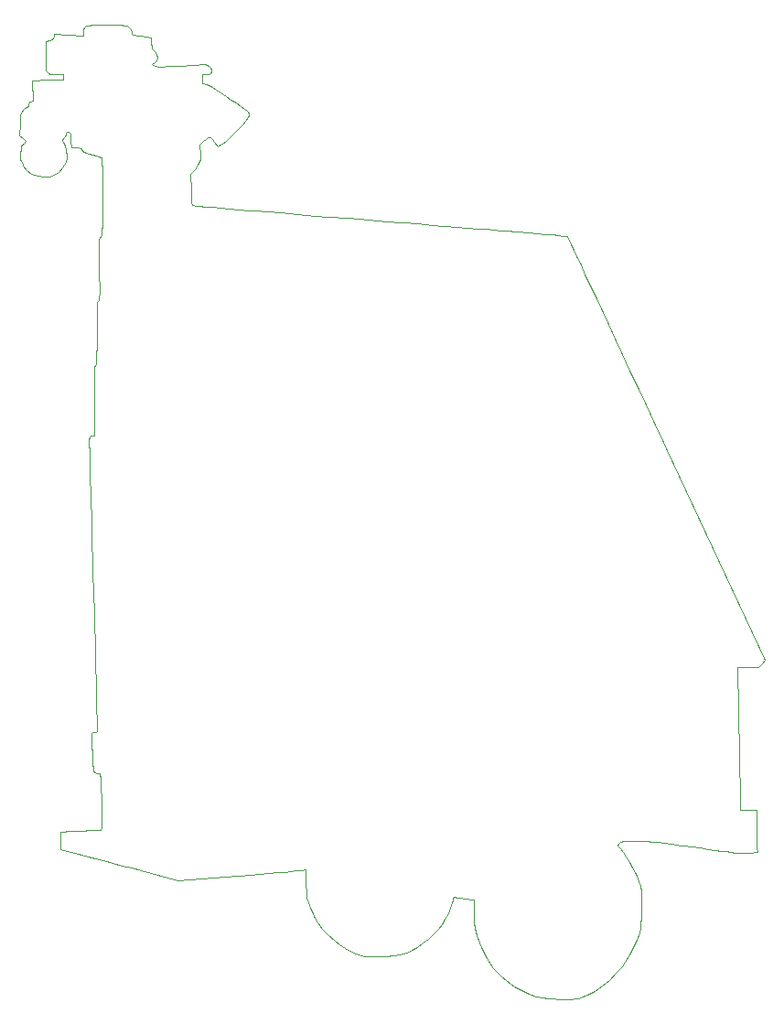
<source format=gbr>
%TF.GenerationSoftware,KiCad,Pcbnew,6.0.2+dfsg-1*%
%TF.CreationDate,2022-10-11T15:46:30-06:00*%
%TF.ProjectId,lvt_sao,6c76745f-7361-46f2-9e6b-696361645f70,rev?*%
%TF.SameCoordinates,Original*%
%TF.FileFunction,Profile,NP*%
%FSLAX46Y46*%
G04 Gerber Fmt 4.6, Leading zero omitted, Abs format (unit mm)*
G04 Created by KiCad (PCBNEW 6.0.2+dfsg-1) date 2022-10-11 15:46:30*
%MOMM*%
%LPD*%
G01*
G04 APERTURE LIST*
%TA.AperFunction,Profile*%
%ADD10C,0.100000*%
%TD*%
G04 APERTURE END LIST*
D10*
%TO.C,G\u002A\u002A\u002A*%
X121527296Y-71723178D02*
X121979202Y-71726355D01*
X121979202Y-71726355D02*
X122309496Y-71734914D01*
X122309496Y-71734914D02*
X122543474Y-71751524D01*
X122543474Y-71751524D02*
X122706433Y-71778855D01*
X122706433Y-71778855D02*
X122823668Y-71819575D01*
X122823668Y-71819575D02*
X122920475Y-71876356D01*
X122920475Y-71876356D02*
X123009670Y-71942348D01*
X123009670Y-71942348D02*
X123221545Y-72152140D01*
X123221545Y-72152140D02*
X123296348Y-72371192D01*
X123296348Y-72371192D02*
X123297628Y-72409711D01*
X123297628Y-72409711D02*
X123308467Y-72550266D01*
X123308467Y-72550266D02*
X123368337Y-72631613D01*
X123368337Y-72631613D02*
X123518265Y-72679307D01*
X123518265Y-72679307D02*
X123792712Y-72718102D01*
X123792712Y-72718102D02*
X124153345Y-72763499D01*
X124153345Y-72763499D02*
X124517039Y-72811140D01*
X124517039Y-72811140D02*
X124675255Y-72832679D01*
X124675255Y-72832679D02*
X125062712Y-72886593D01*
X125062712Y-72886593D02*
X125088022Y-73411491D01*
X125088022Y-73411491D02*
X125115035Y-73726996D01*
X125115035Y-73726996D02*
X125174010Y-73934890D01*
X125174010Y-73934890D02*
X125288385Y-74099553D01*
X125288385Y-74099553D02*
X125367853Y-74180236D01*
X125367853Y-74180236D02*
X125567499Y-74457459D01*
X125567499Y-74457459D02*
X125635381Y-74752551D01*
X125635381Y-74752551D02*
X125570209Y-75022585D01*
X125570209Y-75022585D02*
X125398685Y-75207439D01*
X125398685Y-75207439D02*
X125174996Y-75354005D01*
X125174996Y-75354005D02*
X125366888Y-75488411D01*
X125366888Y-75488411D02*
X125438583Y-75528584D01*
X125438583Y-75528584D02*
X125536297Y-75557051D01*
X125536297Y-75557051D02*
X125681005Y-75573751D01*
X125681005Y-75573751D02*
X125893687Y-75578618D01*
X125893687Y-75578618D02*
X126195320Y-75571591D01*
X126195320Y-75571591D02*
X126606880Y-75552604D01*
X126606880Y-75552604D02*
X127149348Y-75521596D01*
X127149348Y-75521596D02*
X127803658Y-75481032D01*
X127803658Y-75481032D02*
X130048536Y-75339246D01*
X130048536Y-75339246D02*
X130361699Y-75546487D01*
X130361699Y-75546487D02*
X130560083Y-75697247D01*
X130560083Y-75697247D02*
X130639657Y-75833704D01*
X130639657Y-75833704D02*
X130636140Y-76017551D01*
X130636140Y-76017551D02*
X130635795Y-76019915D01*
X130635795Y-76019915D02*
X130598015Y-76185631D01*
X130598015Y-76185631D02*
X130514584Y-76262840D01*
X130514584Y-76262840D02*
X130332988Y-76285082D01*
X130332988Y-76285082D02*
X130219042Y-76286101D01*
X130219042Y-76286101D02*
X129841356Y-76286101D01*
X129841356Y-76286101D02*
X129841356Y-77114249D01*
X129841356Y-77114249D02*
X130252954Y-77245873D01*
X130252954Y-77245873D02*
X130422600Y-77326031D01*
X130422600Y-77326031D02*
X130706305Y-77488467D01*
X130706305Y-77488467D02*
X131077736Y-77715745D01*
X131077736Y-77715745D02*
X131510556Y-77990427D01*
X131510556Y-77990427D02*
X131978432Y-78295075D01*
X131978432Y-78295075D02*
X132455028Y-78612252D01*
X132455028Y-78612252D02*
X132914010Y-78924520D01*
X132914010Y-78924520D02*
X133329043Y-79214441D01*
X133329043Y-79214441D02*
X133673791Y-79464579D01*
X133673791Y-79464579D02*
X133921920Y-79657496D01*
X133921920Y-79657496D02*
X134004777Y-79730128D01*
X134004777Y-79730128D02*
X134119293Y-79927458D01*
X134119293Y-79927458D02*
X134105318Y-80068501D01*
X134105318Y-80068501D02*
X133995138Y-80277218D01*
X133995138Y-80277218D02*
X133780387Y-80572975D01*
X133780387Y-80572975D02*
X133485894Y-80929186D01*
X133485894Y-80929186D02*
X133136489Y-81319268D01*
X133136489Y-81319268D02*
X132757000Y-81716639D01*
X132757000Y-81716639D02*
X132372256Y-82094715D01*
X132372256Y-82094715D02*
X132007085Y-82426912D01*
X132007085Y-82426912D02*
X131686316Y-82686646D01*
X131686316Y-82686646D02*
X131607098Y-82743276D01*
X131607098Y-82743276D02*
X131237078Y-82997857D01*
X131237078Y-82997857D02*
X130910337Y-82523444D01*
X130910337Y-82523444D02*
X130720944Y-82276840D01*
X130720944Y-82276840D02*
X130563465Y-82124372D01*
X130563465Y-82124372D02*
X130473627Y-82091229D01*
X130473627Y-82091229D02*
X130350059Y-82162495D01*
X130350059Y-82162495D02*
X130139158Y-82305453D01*
X130139158Y-82305453D02*
X129925946Y-82460104D01*
X129925946Y-82460104D02*
X129678624Y-82659661D01*
X129678624Y-82659661D02*
X129556215Y-82804913D01*
X129556215Y-82804913D02*
X129534392Y-82927471D01*
X129534392Y-82927471D02*
X129542024Y-82958983D01*
X129542024Y-82958983D02*
X129657621Y-83571359D01*
X129657621Y-83571359D02*
X129606833Y-84140323D01*
X129606833Y-84140323D02*
X129388782Y-84670013D01*
X129388782Y-84670013D02*
X129095597Y-85065742D01*
X129095597Y-85065742D02*
X128696560Y-85509567D01*
X128696560Y-85509567D02*
X128757143Y-86944099D01*
X128757143Y-86944099D02*
X128778961Y-87421938D01*
X128778961Y-87421938D02*
X128800977Y-87835972D01*
X128800977Y-87835972D02*
X128821400Y-88157198D01*
X128821400Y-88157198D02*
X128838434Y-88356612D01*
X128838434Y-88356612D02*
X128847732Y-88408635D01*
X128847732Y-88408635D02*
X128936404Y-88420443D01*
X128936404Y-88420443D02*
X129182661Y-88444690D01*
X129182661Y-88444690D02*
X129572426Y-88480178D01*
X129572426Y-88480178D02*
X130091622Y-88525707D01*
X130091622Y-88525707D02*
X130726172Y-88580075D01*
X130726172Y-88580075D02*
X131461997Y-88642083D01*
X131461997Y-88642083D02*
X132285022Y-88710531D01*
X132285022Y-88710531D02*
X133181169Y-88784218D01*
X133181169Y-88784218D02*
X134136361Y-88861945D01*
X134136361Y-88861945D02*
X134676327Y-88905543D01*
X134676327Y-88905543D02*
X137092164Y-89100054D01*
X137092164Y-89100054D02*
X139343382Y-89281283D01*
X139343382Y-89281283D02*
X141437007Y-89449794D01*
X141437007Y-89449794D02*
X143380064Y-89606150D01*
X143380064Y-89606150D02*
X145179581Y-89750914D01*
X145179581Y-89750914D02*
X146842583Y-89884650D01*
X146842583Y-89884650D02*
X148376096Y-90007922D01*
X148376096Y-90007922D02*
X149787148Y-90121291D01*
X149787148Y-90121291D02*
X151082764Y-90225323D01*
X151082764Y-90225323D02*
X152269970Y-90320580D01*
X152269970Y-90320580D02*
X153355794Y-90407625D01*
X153355794Y-90407625D02*
X154347260Y-90487023D01*
X154347260Y-90487023D02*
X155251395Y-90559335D01*
X155251395Y-90559335D02*
X156075227Y-90625127D01*
X156075227Y-90625127D02*
X156825780Y-90684960D01*
X156825780Y-90684960D02*
X157510081Y-90739399D01*
X157510081Y-90739399D02*
X158135157Y-90789006D01*
X158135157Y-90789006D02*
X158708033Y-90834346D01*
X158708033Y-90834346D02*
X159235736Y-90875981D01*
X159235736Y-90875981D02*
X159725292Y-90914475D01*
X159725292Y-90914475D02*
X160020000Y-90937579D01*
X160020000Y-90937579D02*
X160846227Y-91004413D01*
X160846227Y-91004413D02*
X161590668Y-91068873D01*
X161590668Y-91068873D02*
X162238366Y-91129418D01*
X162238366Y-91129418D02*
X162774360Y-91184510D01*
X162774360Y-91184510D02*
X163183691Y-91232610D01*
X163183691Y-91232610D02*
X163451400Y-91272179D01*
X163451400Y-91272179D02*
X163562527Y-91301678D01*
X163562527Y-91301678D02*
X163563000Y-91302106D01*
X163563000Y-91302106D02*
X163607689Y-91387585D01*
X163607689Y-91387585D02*
X163721902Y-91622544D01*
X163721902Y-91622544D02*
X163902521Y-92000333D01*
X163902521Y-92000333D02*
X164146429Y-92514298D01*
X164146429Y-92514298D02*
X164450507Y-93157789D01*
X164450507Y-93157789D02*
X164811639Y-93924154D01*
X164811639Y-93924154D02*
X165226708Y-94806741D01*
X165226708Y-94806741D02*
X165692595Y-95798898D01*
X165692595Y-95798898D02*
X166206184Y-96893974D01*
X166206184Y-96893974D02*
X166764357Y-98085316D01*
X166764357Y-98085316D02*
X167363996Y-99366274D01*
X167363996Y-99366274D02*
X168001985Y-100730196D01*
X168001985Y-100730196D02*
X168675205Y-102170429D01*
X168675205Y-102170429D02*
X169380540Y-103680323D01*
X169380540Y-103680323D02*
X170114871Y-105253224D01*
X170114871Y-105253224D02*
X170875081Y-106882483D01*
X170875081Y-106882483D02*
X171658054Y-108561446D01*
X171658054Y-108561446D02*
X172460671Y-110283463D01*
X172460671Y-110283463D02*
X172757825Y-110921240D01*
X172757825Y-110921240D02*
X181853718Y-130445531D01*
X181853718Y-130445531D02*
X181577534Y-130789206D01*
X181577534Y-130789206D02*
X181301349Y-131132881D01*
X181301349Y-131132881D02*
X179349831Y-131132881D01*
X179349831Y-131132881D02*
X179351977Y-131757118D01*
X179351977Y-131757118D02*
X179354218Y-131950523D01*
X179354218Y-131950523D02*
X179359966Y-132299830D01*
X179359966Y-132299830D02*
X179368896Y-132788782D01*
X179368896Y-132788782D02*
X179380684Y-133401119D01*
X179380684Y-133401119D02*
X179395004Y-134120584D01*
X179395004Y-134120584D02*
X179411531Y-134930918D01*
X179411531Y-134930918D02*
X179429939Y-135815862D01*
X179429939Y-135815862D02*
X179449904Y-136759160D01*
X179449904Y-136759160D02*
X179471100Y-137744551D01*
X179471100Y-137744551D02*
X179478984Y-138107118D01*
X179478984Y-138107118D02*
X179500401Y-139091961D01*
X179500401Y-139091961D02*
X179520722Y-140031567D01*
X179520722Y-140031567D02*
X179539628Y-140910868D01*
X179539628Y-140910868D02*
X179556799Y-141714799D01*
X179556799Y-141714799D02*
X179571918Y-142428294D01*
X179571918Y-142428294D02*
X179584665Y-143036287D01*
X179584665Y-143036287D02*
X179594723Y-143523712D01*
X179594723Y-143523712D02*
X179601772Y-143875503D01*
X179601772Y-143875503D02*
X179605494Y-144076594D01*
X179605494Y-144076594D02*
X179605990Y-144112712D01*
X179605990Y-144112712D02*
X179608136Y-144392542D01*
X179608136Y-144392542D02*
X181071865Y-144392542D01*
X181071865Y-144392542D02*
X181071865Y-145930355D01*
X181071865Y-145930355D02*
X181074871Y-146459026D01*
X181074871Y-146459026D02*
X181083199Y-146956204D01*
X181083199Y-146956204D02*
X181095811Y-147384564D01*
X181095811Y-147384564D02*
X181111671Y-147706781D01*
X181111671Y-147706781D02*
X181125439Y-147859037D01*
X181125439Y-147859037D02*
X181179014Y-148249906D01*
X181179014Y-148249906D02*
X180415100Y-148314898D01*
X180415100Y-148314898D02*
X180032990Y-148336371D01*
X180032990Y-148336371D02*
X179637765Y-148332732D01*
X179637765Y-148332732D02*
X179185484Y-148301486D01*
X179185484Y-148301486D02*
X178632203Y-148240138D01*
X178632203Y-148240138D02*
X178273560Y-148193289D01*
X178273560Y-148193289D02*
X177834387Y-148133701D01*
X177834387Y-148133701D02*
X177259608Y-148055562D01*
X177259608Y-148055562D02*
X176584232Y-147963637D01*
X176584232Y-147963637D02*
X175843270Y-147862697D01*
X175843270Y-147862697D02*
X175071732Y-147757508D01*
X175071732Y-147757508D02*
X174304628Y-147652838D01*
X174304628Y-147652838D02*
X174066250Y-147620293D01*
X174066250Y-147620293D02*
X173221105Y-147506694D01*
X173221105Y-147506694D02*
X172518097Y-147416944D01*
X172518097Y-147416944D02*
X171929202Y-147348455D01*
X171929202Y-147348455D02*
X171426397Y-147298637D01*
X171426397Y-147298637D02*
X170981657Y-147264904D01*
X170981657Y-147264904D02*
X170566958Y-147244667D01*
X170566958Y-147244667D02*
X170154275Y-147235339D01*
X170154275Y-147235339D02*
X169882137Y-147233898D01*
X169882137Y-147233898D02*
X169366602Y-147235483D01*
X169366602Y-147235483D02*
X168995193Y-147242380D01*
X168995193Y-147242380D02*
X168739848Y-147257798D01*
X168739848Y-147257798D02*
X168572502Y-147284948D01*
X168572502Y-147284948D02*
X168465092Y-147327040D01*
X168465092Y-147327040D02*
X168389553Y-147387283D01*
X168389553Y-147387283D02*
X168371300Y-147406725D01*
X168371300Y-147406725D02*
X168283386Y-147518709D01*
X168283386Y-147518709D02*
X168275216Y-147616945D01*
X168275216Y-147616945D02*
X168357831Y-147756264D01*
X168357831Y-147756264D02*
X168470993Y-147901810D01*
X168470993Y-147901810D02*
X168711788Y-148233063D01*
X168711788Y-148233063D02*
X168999004Y-148671374D01*
X168999004Y-148671374D02*
X169303945Y-149168845D01*
X169303945Y-149168845D02*
X169597918Y-149677578D01*
X169597918Y-149677578D02*
X169852227Y-150149674D01*
X169852227Y-150149674D02*
X170004757Y-150462020D01*
X170004757Y-150462020D02*
X170191788Y-150919387D01*
X170191788Y-150919387D02*
X170326938Y-151373570D01*
X170326938Y-151373570D02*
X170415436Y-151861175D01*
X170415436Y-151861175D02*
X170462515Y-152418813D01*
X170462515Y-152418813D02*
X170473403Y-153083090D01*
X170473403Y-153083090D02*
X170461447Y-153658261D01*
X170461447Y-153658261D02*
X170432043Y-154326855D01*
X170432043Y-154326855D02*
X170388128Y-154864784D01*
X170388128Y-154864784D02*
X170325154Y-155313297D01*
X170325154Y-155313297D02*
X170238572Y-155713644D01*
X170238572Y-155713644D02*
X170232027Y-155738951D01*
X170232027Y-155738951D02*
X170024588Y-156359704D01*
X170024588Y-156359704D02*
X169716711Y-157049728D01*
X169716711Y-157049728D02*
X169333607Y-157760539D01*
X169333607Y-157760539D02*
X168900486Y-158443651D01*
X168900486Y-158443651D02*
X168636093Y-158808318D01*
X168636093Y-158808318D02*
X168089854Y-159448513D01*
X168089854Y-159448513D02*
X167464036Y-160057700D01*
X167464036Y-160057700D02*
X166789823Y-160612686D01*
X166789823Y-160612686D02*
X166098400Y-161090278D01*
X166098400Y-161090278D02*
X165420951Y-161467283D01*
X165420951Y-161467283D02*
X164788660Y-161720510D01*
X164788660Y-161720510D02*
X164677626Y-161752338D01*
X164677626Y-161752338D02*
X164361586Y-161806141D01*
X164361586Y-161806141D02*
X163917630Y-161841033D01*
X163917630Y-161841033D02*
X163388994Y-161857101D01*
X163388994Y-161857101D02*
X162818913Y-161854436D01*
X162818913Y-161854436D02*
X162250624Y-161833124D01*
X162250624Y-161833124D02*
X161727362Y-161793255D01*
X161727362Y-161793255D02*
X161354577Y-161745541D01*
X161354577Y-161745541D02*
X160734559Y-161599930D01*
X160734559Y-161599930D02*
X160044591Y-161363315D01*
X160044591Y-161363315D02*
X159342668Y-161059950D01*
X159342668Y-161059950D02*
X158686781Y-160714092D01*
X158686781Y-160714092D02*
X158295096Y-160465926D01*
X158295096Y-160465926D02*
X157483753Y-159802916D01*
X157483753Y-159802916D02*
X156758051Y-159001587D01*
X156758051Y-159001587D02*
X156128397Y-158078517D01*
X156128397Y-158078517D02*
X155605196Y-157050286D01*
X155605196Y-157050286D02*
X155198855Y-155933473D01*
X155198855Y-155933473D02*
X155020016Y-155248079D01*
X155020016Y-155248079D02*
X154941398Y-154793884D01*
X154941398Y-154793884D02*
X154906534Y-154297254D01*
X154906534Y-154297254D02*
X154911395Y-153697555D01*
X154911395Y-153697555D02*
X154913368Y-153643598D01*
X154913368Y-153643598D02*
X154950322Y-152678156D01*
X154950322Y-152678156D02*
X154064557Y-152532799D01*
X154064557Y-152532799D02*
X153689593Y-152476904D01*
X153689593Y-152476904D02*
X153376964Y-152440826D01*
X153376964Y-152440826D02*
X153166079Y-152428496D01*
X153166079Y-152428496D02*
X153099403Y-152436506D01*
X153099403Y-152436506D02*
X153036742Y-152542067D01*
X153036742Y-152542067D02*
X152961187Y-152760352D01*
X152961187Y-152760352D02*
X152914553Y-152937870D01*
X152914553Y-152937870D02*
X152772587Y-153376890D01*
X152772587Y-153376890D02*
X152544575Y-153891150D01*
X152544575Y-153891150D02*
X152259002Y-154427296D01*
X152259002Y-154427296D02*
X151944354Y-154931974D01*
X151944354Y-154931974D02*
X151629119Y-155351832D01*
X151629119Y-155351832D02*
X151620017Y-155362482D01*
X151620017Y-155362482D02*
X151203233Y-155805257D01*
X151203233Y-155805257D02*
X150719770Y-156249412D01*
X150719770Y-156249412D02*
X150203025Y-156669838D01*
X150203025Y-156669838D02*
X149686393Y-157041430D01*
X149686393Y-157041430D02*
X149203270Y-157339079D01*
X149203270Y-157339079D02*
X148787053Y-157537678D01*
X148787053Y-157537678D02*
X148676800Y-157575216D01*
X148676800Y-157575216D02*
X148129735Y-157706794D01*
X148129735Y-157706794D02*
X147484628Y-157812044D01*
X147484628Y-157812044D02*
X146791193Y-157887165D01*
X146791193Y-157887165D02*
X146099144Y-157928356D01*
X146099144Y-157928356D02*
X145458195Y-157931818D01*
X145458195Y-157931818D02*
X144918061Y-157893749D01*
X144918061Y-157893749D02*
X144780000Y-157873120D01*
X144780000Y-157873120D02*
X144016556Y-157665165D01*
X144016556Y-157665165D02*
X143250554Y-157304851D01*
X143250554Y-157304851D02*
X142469365Y-156785612D01*
X142469365Y-156785612D02*
X142067797Y-156463218D01*
X142067797Y-156463218D02*
X141440566Y-155897384D01*
X141440566Y-155897384D02*
X140933350Y-155354184D01*
X140933350Y-155354184D02*
X140508451Y-154787118D01*
X140508451Y-154787118D02*
X140128168Y-154149685D01*
X140128168Y-154149685D02*
X140011751Y-153927195D01*
X140011751Y-153927195D02*
X139776895Y-153422255D01*
X139776895Y-153422255D02*
X139607244Y-152940369D01*
X139607244Y-152940369D02*
X139493921Y-152437540D01*
X139493921Y-152437540D02*
X139428049Y-151869771D01*
X139428049Y-151869771D02*
X139400751Y-151193064D01*
X139400751Y-151193064D02*
X139398645Y-150888239D01*
X139398645Y-150888239D02*
X139398645Y-149883209D01*
X139398645Y-149883209D02*
X138946611Y-149935741D01*
X138946611Y-149935741D02*
X138782286Y-149951757D01*
X138782286Y-149951757D02*
X138462321Y-149980060D01*
X138462321Y-149980060D02*
X138002740Y-150019322D01*
X138002740Y-150019322D02*
X137419566Y-150068218D01*
X137419566Y-150068218D02*
X136728824Y-150125422D01*
X136728824Y-150125422D02*
X135946539Y-150189609D01*
X135946539Y-150189609D02*
X135088733Y-150259452D01*
X135088733Y-150259452D02*
X134171432Y-150333627D01*
X134171432Y-150333627D02*
X133210659Y-150410807D01*
X133210659Y-150410807D02*
X133024894Y-150425671D01*
X133024894Y-150425671D02*
X127555212Y-150863070D01*
X127555212Y-150863070D02*
X124113369Y-149941566D01*
X124113369Y-149941566D02*
X123269717Y-149715867D01*
X123269717Y-149715867D02*
X122390461Y-149480959D01*
X122390461Y-149480959D02*
X121509415Y-149245856D01*
X121509415Y-149245856D02*
X120660392Y-149019569D01*
X120660392Y-149019569D02*
X119877207Y-148811112D01*
X119877207Y-148811112D02*
X119193672Y-148629496D01*
X119193672Y-148629496D02*
X118657002Y-148487278D01*
X118657002Y-148487278D02*
X116642478Y-147954493D01*
X116642478Y-147954493D02*
X116660946Y-147186579D01*
X116660946Y-147186579D02*
X116672815Y-146841772D01*
X116672815Y-146841772D02*
X116688952Y-146568667D01*
X116688952Y-146568667D02*
X116706627Y-146408239D01*
X116706627Y-146408239D02*
X116714398Y-146383681D01*
X116714398Y-146383681D02*
X116804347Y-146371830D01*
X116804347Y-146371830D02*
X117037383Y-146354716D01*
X117037383Y-146354716D02*
X117384520Y-146333771D01*
X117384520Y-146333771D02*
X117816773Y-146310424D01*
X117816773Y-146310424D02*
X118305156Y-146286108D01*
X118305156Y-146286108D02*
X118820682Y-146262252D01*
X118820682Y-146262252D02*
X119334365Y-146240288D01*
X119334365Y-146240288D02*
X119817220Y-146221645D01*
X119817220Y-146221645D02*
X120240261Y-146207756D01*
X120240261Y-146207756D02*
X120327119Y-146205355D01*
X120327119Y-146205355D02*
X120382884Y-146197918D01*
X120382884Y-146197918D02*
X120424777Y-146164880D01*
X120424777Y-146164880D02*
X120454458Y-146085139D01*
X120454458Y-146085139D02*
X120473586Y-145937594D01*
X120473586Y-145937594D02*
X120483822Y-145701145D01*
X120483822Y-145701145D02*
X120486826Y-145354691D01*
X120486826Y-145354691D02*
X120484258Y-144877130D01*
X120484258Y-144877130D02*
X120478193Y-144284981D01*
X120478193Y-144284981D02*
X120469451Y-143675292D01*
X120469451Y-143675292D02*
X120457205Y-143075834D01*
X120457205Y-143075834D02*
X120442505Y-142524718D01*
X120442505Y-142524718D02*
X120426399Y-142060051D01*
X120426399Y-142060051D02*
X120409938Y-141719943D01*
X120409938Y-141719943D02*
X120405887Y-141658813D01*
X120405887Y-141658813D02*
X120378498Y-141311019D01*
X120378498Y-141311019D02*
X120348924Y-141100499D01*
X120348924Y-141100499D02*
X120303560Y-140992703D01*
X120303560Y-140992703D02*
X120228801Y-140953081D01*
X120228801Y-140953081D02*
X120125661Y-140947156D01*
X120125661Y-140947156D02*
X119980055Y-140941597D01*
X119980055Y-140941597D02*
X119869070Y-140912699D01*
X119869070Y-140912699D02*
X119786894Y-140839283D01*
X119786894Y-140839283D02*
X119727714Y-140700171D01*
X119727714Y-140700171D02*
X119685717Y-140474184D01*
X119685717Y-140474184D02*
X119655091Y-140140143D01*
X119655091Y-140140143D02*
X119630024Y-139676871D01*
X119630024Y-139676871D02*
X119604703Y-139063188D01*
X119604703Y-139063188D02*
X119604052Y-139046626D01*
X119604052Y-139046626D02*
X119584827Y-138512752D01*
X119584827Y-138512752D02*
X119571093Y-138037790D01*
X119571093Y-138037790D02*
X119563349Y-137648481D01*
X119563349Y-137648481D02*
X119562090Y-137371565D01*
X119562090Y-137371565D02*
X119567813Y-137233782D01*
X119567813Y-137233782D02*
X119570175Y-137224576D01*
X119570175Y-137224576D02*
X119673668Y-137174455D01*
X119673668Y-137174455D02*
X119810509Y-137160000D01*
X119810509Y-137160000D02*
X119985232Y-137135404D01*
X119985232Y-137135404D02*
X120056320Y-137094114D01*
X120056320Y-137094114D02*
X120058504Y-137002006D01*
X120058504Y-137002006D02*
X120055803Y-136747210D01*
X120055803Y-136747210D02*
X120048460Y-136339164D01*
X120048460Y-136339164D02*
X120036720Y-135787307D01*
X120036720Y-135787307D02*
X120020825Y-135101077D01*
X120020825Y-135101077D02*
X120001019Y-134289912D01*
X120001019Y-134289912D02*
X119977546Y-133363252D01*
X119977546Y-133363252D02*
X119950649Y-132330534D01*
X119950649Y-132330534D02*
X119920572Y-131201197D01*
X119920572Y-131201197D02*
X119887558Y-129984681D01*
X119887558Y-129984681D02*
X119851851Y-128690422D01*
X119851851Y-128690422D02*
X119813694Y-127327861D01*
X119813694Y-127327861D02*
X119773331Y-125906434D01*
X119773331Y-125906434D02*
X119731006Y-124435582D01*
X119731006Y-124435582D02*
X119719186Y-124028182D01*
X119719186Y-124028182D02*
X119675888Y-122534991D01*
X119675888Y-122534991D02*
X119633963Y-121082205D01*
X119633963Y-121082205D02*
X119593690Y-119679799D01*
X119593690Y-119679799D02*
X119555346Y-118337749D01*
X119555346Y-118337749D02*
X119519210Y-117066030D01*
X119519210Y-117066030D02*
X119485561Y-115874618D01*
X119485561Y-115874618D02*
X119454677Y-114773489D01*
X119454677Y-114773489D02*
X119426836Y-113772618D01*
X119426836Y-113772618D02*
X119402317Y-112881981D01*
X119402317Y-112881981D02*
X119381399Y-112111553D01*
X119381399Y-112111553D02*
X119364359Y-111471310D01*
X119364359Y-111471310D02*
X119351477Y-110971227D01*
X119351477Y-110971227D02*
X119343030Y-110621281D01*
X119343030Y-110621281D02*
X119339298Y-110431446D01*
X119339298Y-110431446D02*
X119339141Y-110413232D01*
X119339141Y-110413232D02*
X119341816Y-110092585D01*
X119341816Y-110092585D02*
X119361307Y-109903522D01*
X119361307Y-109903522D02*
X119410537Y-109805472D01*
X119410537Y-109805472D02*
X119502430Y-109757858D01*
X119502430Y-109757858D02*
X119552204Y-109744304D01*
X119552204Y-109744304D02*
X119767458Y-109690278D01*
X119767458Y-109690278D02*
X119767458Y-106463105D01*
X119767458Y-106463105D02*
X119768160Y-105623443D01*
X119768160Y-105623443D02*
X119770683Y-104940404D01*
X119770683Y-104940404D02*
X119775649Y-104398413D01*
X119775649Y-104398413D02*
X119783682Y-103981893D01*
X119783682Y-103981893D02*
X119795405Y-103675269D01*
X119795405Y-103675269D02*
X119811442Y-103462965D01*
X119811442Y-103462965D02*
X119832415Y-103329405D01*
X119832415Y-103329405D02*
X119858949Y-103259013D01*
X119858949Y-103259013D02*
X119891667Y-103236213D01*
X119891667Y-103236213D02*
X119896611Y-103235932D01*
X119896611Y-103235932D02*
X119931491Y-103218040D01*
X119931491Y-103218040D02*
X119959594Y-103153559D01*
X119959594Y-103153559D02*
X119981626Y-103026283D01*
X119981626Y-103026283D02*
X119998290Y-102820007D01*
X119998290Y-102820007D02*
X120010289Y-102518523D01*
X120010289Y-102518523D02*
X120018328Y-102105627D01*
X120018328Y-102105627D02*
X120023111Y-101565111D01*
X120023111Y-101565111D02*
X120025342Y-100880769D01*
X120025342Y-100880769D02*
X120025763Y-100262721D01*
X120025763Y-100262721D02*
X120026398Y-99463428D01*
X120026398Y-99463428D02*
X120028831Y-98819409D01*
X120028831Y-98819409D02*
X120033856Y-98313736D01*
X120033856Y-98313736D02*
X120042264Y-97929482D01*
X120042264Y-97929482D02*
X120054849Y-97649721D01*
X120054849Y-97649721D02*
X120072403Y-97457526D01*
X120072403Y-97457526D02*
X120095720Y-97335969D01*
X120095720Y-97335969D02*
X120125592Y-97268123D01*
X120125592Y-97268123D02*
X120162812Y-97237061D01*
X120162812Y-97237061D02*
X120167569Y-97235094D01*
X120167569Y-97235094D02*
X120205998Y-97208327D01*
X120205998Y-97208327D02*
X120235974Y-97149328D01*
X120235974Y-97149328D02*
X120257974Y-97040763D01*
X120257974Y-97040763D02*
X120272475Y-96865299D01*
X120272475Y-96865299D02*
X120279952Y-96605601D01*
X120279952Y-96605601D02*
X120280884Y-96244335D01*
X120280884Y-96244335D02*
X120275746Y-95764167D01*
X120275746Y-95764167D02*
X120265017Y-95147763D01*
X120265017Y-95147763D02*
X120249172Y-94377789D01*
X120249172Y-94377789D02*
X120247858Y-94316479D01*
X120247858Y-94316479D02*
X120231398Y-93539391D01*
X120231398Y-93539391D02*
X120219437Y-92916654D01*
X120219437Y-92916654D02*
X120212675Y-92430456D01*
X120212675Y-92430456D02*
X120211813Y-92062988D01*
X120211813Y-92062988D02*
X120217553Y-91796439D01*
X120217553Y-91796439D02*
X120230595Y-91612997D01*
X120230595Y-91612997D02*
X120251642Y-91494852D01*
X120251642Y-91494852D02*
X120281393Y-91424194D01*
X120281393Y-91424194D02*
X120320551Y-91383211D01*
X120320551Y-91383211D02*
X120364357Y-91357009D01*
X120364357Y-91357009D02*
X120407616Y-91330145D01*
X120407616Y-91330145D02*
X120443230Y-91289772D01*
X120443230Y-91289772D02*
X120471944Y-91220232D01*
X120471944Y-91220232D02*
X120494499Y-91105867D01*
X120494499Y-91105867D02*
X120511639Y-90931018D01*
X120511639Y-90931018D02*
X120524107Y-90680027D01*
X120524107Y-90680027D02*
X120532646Y-90337235D01*
X120532646Y-90337235D02*
X120537999Y-89886984D01*
X120537999Y-89886984D02*
X120540909Y-89313614D01*
X120540909Y-89313614D02*
X120542119Y-88601469D01*
X120542119Y-88601469D02*
X120542372Y-87734889D01*
X120542372Y-87734889D02*
X120542373Y-87605445D01*
X120542373Y-87605445D02*
X120542181Y-86717029D01*
X120542181Y-86717029D02*
X120541129Y-85985567D01*
X120541129Y-85985567D02*
X120538501Y-85395810D01*
X120538501Y-85395810D02*
X120533585Y-84932507D01*
X120533585Y-84932507D02*
X120525664Y-84580409D01*
X120525664Y-84580409D02*
X120514026Y-84324268D01*
X120514026Y-84324268D02*
X120497955Y-84148833D01*
X120497955Y-84148833D02*
X120476737Y-84038854D01*
X120476737Y-84038854D02*
X120449657Y-83979084D01*
X120449657Y-83979084D02*
X120416001Y-83954271D01*
X120416001Y-83954271D02*
X120375055Y-83949166D01*
X120375055Y-83949166D02*
X120371076Y-83949152D01*
X120371076Y-83949152D02*
X120204648Y-83919094D01*
X120204648Y-83919094D02*
X119939314Y-83840650D01*
X119939314Y-83840650D02*
X119660737Y-83741331D01*
X119660737Y-83741331D02*
X119342900Y-83624640D01*
X119342900Y-83624640D02*
X119055734Y-83529145D01*
X119055734Y-83529145D02*
X118884916Y-83481385D01*
X118884916Y-83481385D02*
X118691836Y-83385206D01*
X118691836Y-83385206D02*
X118648136Y-83262995D01*
X118648136Y-83262995D02*
X118623890Y-83166575D01*
X118623890Y-83166575D02*
X118525077Y-83110954D01*
X118525077Y-83110954D02*
X118312585Y-83080957D01*
X118312585Y-83080957D02*
X118153051Y-83070907D01*
X118153051Y-83070907D02*
X117657967Y-83045084D01*
X117657967Y-83045084D02*
X117632839Y-82378898D01*
X117632839Y-82378898D02*
X117611917Y-82023984D01*
X117611917Y-82023984D02*
X117575830Y-81803469D01*
X117575830Y-81803469D02*
X117515416Y-81679657D01*
X117515416Y-81679657D02*
X117450431Y-81628537D01*
X117450431Y-81628537D02*
X117286473Y-81583909D01*
X117286473Y-81583909D02*
X117202687Y-81681028D01*
X117202687Y-81681028D02*
X117184407Y-81863145D01*
X117184407Y-81863145D02*
X117114411Y-82077226D01*
X117114411Y-82077226D02*
X116970577Y-82241381D01*
X116970577Y-82241381D02*
X116829132Y-82364775D01*
X116829132Y-82364775D02*
X116814075Y-82454011D01*
X116814075Y-82454011D02*
X116914635Y-82579051D01*
X116914635Y-82579051D02*
X116918028Y-82582694D01*
X116918028Y-82582694D02*
X117104698Y-82891090D01*
X117104698Y-82891090D02*
X117217502Y-83311932D01*
X117217502Y-83311932D02*
X117246067Y-83797595D01*
X117246067Y-83797595D02*
X117229880Y-84014387D01*
X117229880Y-84014387D02*
X117158835Y-84388369D01*
X117158835Y-84388369D02*
X117021093Y-84698580D01*
X117021093Y-84698580D02*
X116852015Y-84945650D01*
X116852015Y-84945650D02*
X116496774Y-85342908D01*
X116496774Y-85342908D02*
X116121982Y-85594682D01*
X116121982Y-85594682D02*
X115680714Y-85724307D01*
X115680714Y-85724307D02*
X115222828Y-85755871D01*
X115222828Y-85755871D02*
X114561072Y-85692580D01*
X114561072Y-85692580D02*
X114008996Y-85497846D01*
X114008996Y-85497846D02*
X113562228Y-85169245D01*
X113562228Y-85169245D02*
X113216395Y-84704353D01*
X113216395Y-84704353D02*
X113170734Y-84618341D01*
X113170734Y-84618341D02*
X113050217Y-84352765D01*
X113050217Y-84352765D02*
X112987818Y-84115213D01*
X112987818Y-84115213D02*
X112970683Y-83833558D01*
X112970683Y-83833558D02*
X112979918Y-83547708D01*
X112979918Y-83547708D02*
X113005194Y-83203105D01*
X113005194Y-83203105D02*
X113049447Y-82977187D01*
X113049447Y-82977187D02*
X113129212Y-82816450D01*
X113129212Y-82816450D02*
X113247983Y-82680338D01*
X113247983Y-82680338D02*
X113484174Y-82444147D01*
X113484174Y-82444147D02*
X113175309Y-82184839D01*
X113175309Y-82184839D02*
X112866445Y-81925532D01*
X112866445Y-81925532D02*
X112928628Y-80862422D01*
X112928628Y-80862422D02*
X112958324Y-80406692D01*
X112958324Y-80406692D02*
X112989670Y-80087349D01*
X112989670Y-80087349D02*
X113030077Y-79868671D01*
X113030077Y-79868671D02*
X113086955Y-79714939D01*
X113086955Y-79714939D02*
X113167717Y-79590431D01*
X113167717Y-79590431D02*
X113201026Y-79549487D01*
X113201026Y-79549487D02*
X113380592Y-79384858D01*
X113380592Y-79384858D02*
X113551316Y-79302005D01*
X113551316Y-79302005D02*
X113575790Y-79299661D01*
X113575790Y-79299661D02*
X113697181Y-79255368D01*
X113697181Y-79255368D02*
X113739174Y-79095284D01*
X113739174Y-79095284D02*
X113740339Y-79041356D01*
X113740339Y-79041356D02*
X113763507Y-78856752D01*
X113763507Y-78856752D02*
X113861988Y-78789219D01*
X113861988Y-78789219D02*
X113955594Y-78783050D01*
X113955594Y-78783050D02*
X114080598Y-78770135D01*
X114080598Y-78770135D02*
X114144639Y-78702804D01*
X114144639Y-78702804D02*
X114167941Y-78538184D01*
X114167941Y-78538184D02*
X114170848Y-78326711D01*
X114170848Y-78326711D02*
X114154622Y-78051597D01*
X114154622Y-78051597D02*
X114113085Y-77844695D01*
X114113085Y-77844695D02*
X114079538Y-77779063D01*
X114079538Y-77779063D02*
X114031092Y-77644915D01*
X114031092Y-77644915D02*
X114011240Y-77407358D01*
X114011240Y-77407358D02*
X114014962Y-77266758D01*
X114014962Y-77266758D02*
X114041695Y-76845762D01*
X114041695Y-76845762D02*
X115483899Y-76822155D01*
X115483899Y-76822155D02*
X116926102Y-76798548D01*
X116926102Y-76798548D02*
X116926102Y-76286101D01*
X116926102Y-76286101D02*
X116295348Y-76286101D01*
X116295348Y-76286101D02*
X115954426Y-76279100D01*
X115954426Y-76279100D02*
X115735890Y-76249976D01*
X115735890Y-76249976D02*
X115590211Y-76186547D01*
X115590211Y-76186547D02*
X115475067Y-76084359D01*
X115475067Y-76084359D02*
X115402799Y-75998546D01*
X115402799Y-75998546D02*
X115352401Y-75900853D01*
X115352401Y-75900853D02*
X115320660Y-75761780D01*
X115320660Y-75761780D02*
X115304363Y-75551826D01*
X115304363Y-75551826D02*
X115300298Y-75241489D01*
X115300298Y-75241489D02*
X115305250Y-74801271D01*
X115305250Y-74801271D02*
X115309380Y-74563128D01*
X115309380Y-74563128D02*
X115333221Y-73243641D01*
X115333221Y-73243641D02*
X115699153Y-73121764D01*
X115699153Y-73121764D02*
X115933506Y-73026023D01*
X115933506Y-73026023D02*
X116041128Y-72919996D01*
X116041128Y-72919996D02*
X116065085Y-72780794D01*
X116065085Y-72780794D02*
X116065085Y-72561701D01*
X116065085Y-72561701D02*
X118820339Y-72686563D01*
X118820339Y-72686563D02*
X118820339Y-72347135D01*
X118820339Y-72347135D02*
X118826516Y-72152968D01*
X118826516Y-72152968D02*
X118858419Y-72003863D01*
X118858419Y-72003863D02*
X118936107Y-71893879D01*
X118936107Y-71893879D02*
X119079639Y-71817074D01*
X119079639Y-71817074D02*
X119309076Y-71767506D01*
X119309076Y-71767506D02*
X119644475Y-71739235D01*
X119644475Y-71739235D02*
X120105897Y-71726319D01*
X120105897Y-71726319D02*
X120713400Y-71722815D01*
X120713400Y-71722815D02*
X120928483Y-71722712D01*
X120928483Y-71722712D02*
X121527296Y-71723178D01*
%TD*%
M02*

</source>
